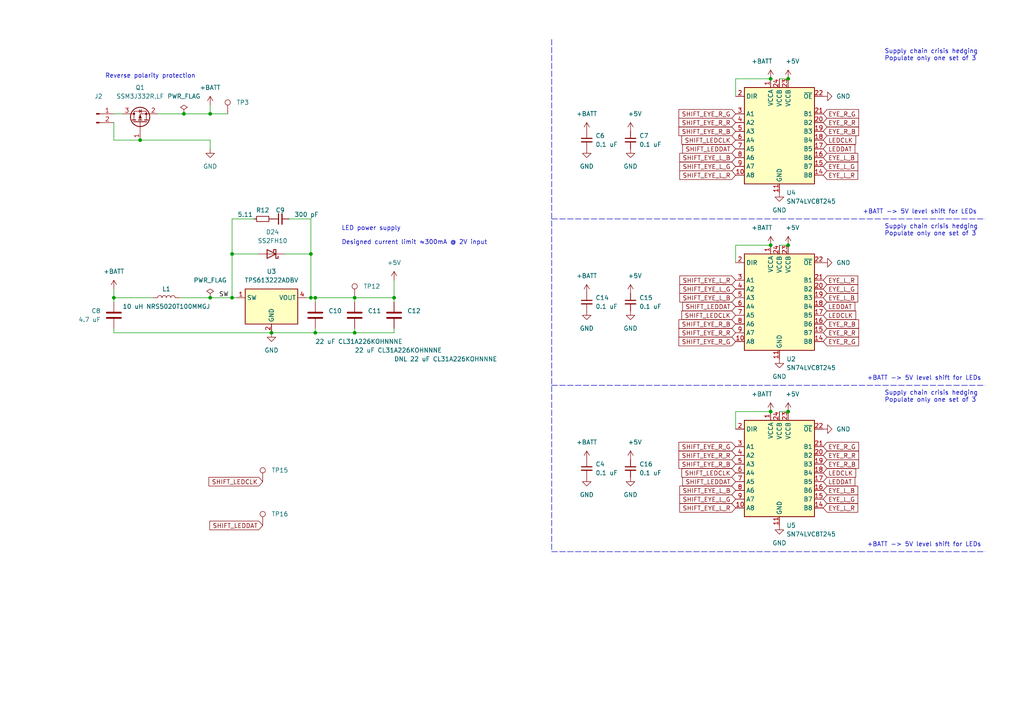
<source format=kicad_sch>
(kicad_sch (version 20211123) (generator eeschema)
  (paper "A4")
  (title_block (title "Paranoids Con Badge") (date "2022-06-21") (rev "A") (company "Yahoo") (comment 1 "See LICENSE file in project root for terms.") (comment 2 "Copyright Yahoo, Licensed under the terms of the Apache-2.0 license.") (comment 4 "Power input, 5V supply, level shifter"))
  (lib_symbols
    (symbol "Connector:Conn_01x02_Male" (pin_names (offset 1.016) hide)
      (property "Reference" "J" (at 0 2.54 0))
      (property "Value" "Conn_01x02_Male" (at 0 -5.08 0))
      (symbol "Conn_01x02_Male_1_1"
        (polyline (pts (xy 1.27 -2.54) (xy 0.8636 -2.54)) (stroke (width 0.1524)))
        (polyline (pts (xy 1.27 0) (xy 0.8636 0)) (stroke (width 0.1524)))
        (rectangle (start 0.8636 -2.413) (end 0 -2.667) (stroke (width 0.1524)) (fill (type outline)))
        (rectangle (start 0.8636 0.127) (end 0 -0.127) (stroke (width 0.1524)) (fill (type outline)))
        (pin passive line (at 5.08 0 180) (length 3.81) (name "Pin_1") (number "1"))
        (pin passive line (at 5.08 -2.54 180) (length 3.81) (name "Pin_2") (number "2"))
      )
    )
    (symbol "Connector:TestPoint" (pin_numbers hide) (pin_names (offset 0.762) hide)
      (property "Reference" "TP" (at 0 6.858 0))
      (property "Value" "TestPoint" (at 0 5.08 0))
      (symbol "TestPoint_0_1"
        (circle (center 0 3.302) (radius 0.762))
      )
      (symbol "TestPoint_1_1"
        (pin passive line (at 0 0 90) (length 2.54) (name "1") (number "1"))
      )
    )
    (symbol "Device:C" (pin_numbers hide) (pin_names (offset 0.254))
      (property "Reference" "C" (at 0.635 2.54 0))
      (property "Value" "C" (at 0.635 -2.54 0))
      (symbol "C_0_1"
        (polyline (pts (xy -2.032 -0.762) (xy 2.032 -0.762)) (stroke (width 0.508)))
        (polyline (pts (xy -2.032 0.762) (xy 2.032 0.762)) (stroke (width 0.508)))
      )
      (symbol "C_1_1"
        (pin passive line (at 0 3.81 270) (length 2.794) (name "~") (number "1"))
        (pin passive line (at 0 -3.81 90) (length 2.794) (name "~") (number "2"))
      )
    )
    (symbol "Device:C_Small" (pin_numbers hide) (pin_names (offset 0.254) hide)
      (property "Reference" "C" (at 0.254 1.778 0))
      (property "Value" "C_Small" (at 0.254 -2.032 0))
      (symbol "C_Small_0_1"
        (polyline (pts (xy -1.524 -0.508) (xy 1.524 -0.508)) (stroke (width 0.3302)))
        (polyline (pts (xy -1.524 0.508) (xy 1.524 0.508)) (stroke (width 0.3048)))
      )
      (symbol "C_Small_1_1"
        (pin passive line (at 0 2.54 270) (length 2.032) (name "~") (number "1"))
        (pin passive line (at 0 -2.54 90) (length 2.032) (name "~") (number "2"))
      )
    )
    (symbol "Device:D_Schottky" (pin_numbers hide) (pin_names (offset 1.016) hide)
      (property "Reference" "D" (at 0 2.54 0))
      (property "Value" "D_Schottky" (at 0 -2.54 0))
      (symbol "D_Schottky_0_1"
        (polyline (pts (xy 1.27 0) (xy -1.27 0)))
        (polyline (pts (xy 1.27 1.27) (xy 1.27 -1.27) (xy -1.27 0) (xy 1.27 1.27)) (stroke (width 0.254)))
        (polyline (pts (xy -1.905 0.635) (xy -1.905 1.27) (xy -1.27 1.27) (xy -1.27 -1.27) (xy -0.635 -1.27) (xy -0.635 -0.635)) (stroke (width 0.254)))
      )
      (symbol "D_Schottky_1_1"
        (pin passive line (at -3.81 0 0) (length 2.54) (name "K") (number "1"))
        (pin passive line (at 3.81 0 180) (length 2.54) (name "A") (number "2"))
      )
    )
    (symbol "Device:L" (pin_numbers hide) (pin_names (offset 1.016) hide)
      (property "Reference" "L" (at -1.27 0 90))
      (property "Value" "L" (at 1.905 0 90))
      (symbol "L_0_1"
        (arc (start 0 -2.54) (mid 0.635 -1.905) (end 0 -1.27))
        (arc (start 0 -1.27) (mid 0.635 -0.635) (end 0 0))
        (arc (start 0 0) (mid 0.635 0.635) (end 0 1.27))
        (arc (start 0 1.27) (mid 0.635 1.905) (end 0 2.54))
      )
      (symbol "L_1_1"
        (pin passive line (at 0 3.81 270) (length 1.27) (name "1") (number "1"))
        (pin passive line (at 0 -3.81 90) (length 1.27) (name "2") (number "2"))
      )
    )
    (symbol "Device:Q_PMOS_GSD" (pin_names (offset 0) hide)
      (property "Reference" "Q" (at 5.08 1.27 0))
      (property "Value" "Q_PMOS_GSD" (at 5.08 -1.27 0))
      (symbol "Q_PMOS_GSD_0_1"
        (polyline (pts (xy 0.254 0) (xy -2.54 0)))
        (polyline (pts (xy 0.254 1.905) (xy 0.254 -1.905)) (stroke (width 0.254)))
        (polyline (pts (xy 0.762 -1.27) (xy 0.762 -2.286)) (stroke (width 0.254)))
        (polyline (pts (xy 0.762 0.508) (xy 0.762 -0.508)) (stroke (width 0.254)))
        (polyline (pts (xy 0.762 2.286) (xy 0.762 1.27)) (stroke (width 0.254)))
        (polyline (pts (xy 2.54 2.54) (xy 2.54 1.778)))
        (polyline (pts (xy 2.54 -2.54) (xy 2.54 0) (xy 0.762 0)))
        (polyline (pts (xy 0.762 1.778) (xy 3.302 1.778) (xy 3.302 -1.778) (xy 0.762 -1.778)))
        (polyline (pts (xy 2.286 0) (xy 1.27 0.381) (xy 1.27 -0.381) (xy 2.286 0)) (fill (type outline)))
        (polyline (pts (xy 2.794 -0.508) (xy 2.921 -0.381) (xy 3.683 -0.381) (xy 3.81 -0.254)))
        (polyline (pts (xy 3.302 -0.381) (xy 2.921 0.254) (xy 3.683 0.254) (xy 3.302 -0.381)))
        (circle (center 1.651 0) (radius 2.794) (stroke (width 0.254)))
        (circle (center 2.54 -1.778) (radius 0.254) (fill (type outline)))
        (circle (center 2.54 1.778) (radius 0.254) (fill (type outline)))
      )
      (symbol "Q_PMOS_GSD_1_1"
        (pin input line (at -5.08 0 0) (length 2.54) (name "G") (number "1"))
        (pin passive line (at 2.54 -5.08 90) (length 2.54) (name "S") (number "2"))
        (pin passive line (at 2.54 5.08 270) (length 2.54) (name "D") (number "3"))
      )
    )
    (symbol "Device:R_Small" (pin_numbers hide) (pin_names (offset 0.254) hide)
      (property "Reference" "R" (at 0.762 0.508 0))
      (property "Value" "R_Small" (at 0.762 -1.016 0))
      (symbol "R_Small_0_1"
        (rectangle (start -0.762 1.778) (end 0.762 -1.778) (stroke (width 0.2032)))
      )
      (symbol "R_Small_1_1"
        (pin passive line (at 0 2.54 270) (length 0.762) (name "~") (number "1"))
        (pin passive line (at 0 -2.54 90) (length 0.762) (name "~") (number "2"))
      )
    )
    (symbol "Regulator_Switching:TPS613222ADBV"
      (property "Reference" "U" (at -7.62 6.35 0))
      (property "Value" "TPS613222ADBV" (at 2.54 6.35 0))
      (symbol "TPS613222ADBV_0_1"
        (rectangle (start -7.62 5.08) (end 7.62 -5.08) (stroke (width 0.254)) (fill (type background)))
      )
      (symbol "TPS613222ADBV_1_1"
        (pin power_in line (at -10.16 2.54 0) (length 2.54) (name "SW") (number "1"))
        (pin power_in line (at 0 -7.62 90) (length 2.54) (name "GND") (number "2"))
        (pin no_connect line (at -7.62 -2.54 0) (length 2.54) hide (name "NC") (number "3"))
        (pin power_out line (at 10.16 2.54 180) (length 2.54) (name "VOUT") (number "4"))
        (pin no_connect line (at 7.62 -2.54 180) (length 2.54) hide (name "NC") (number "5"))
      )
    )
    (symbol "badge_custom_parts:SN74LVC8T245"
      (property "Reference" "U" (at -8.89 13.97 0))
      (property "Value" "SN74LVC8T245" (at 12.7 13.97 0))
      (symbol "SN74LVC8T245_0_1"
        (rectangle (start -10.16 12.7) (end 10.16 -15.24) (stroke (width 0.254)) (fill (type background)))
      )
      (symbol "SN74LVC8T245_1_1"
        (pin power_in line (at -2.54 15.24 270) (length 2.54) (name "VCCA") (number "1"))
        (pin bidirectional line (at -12.7 -12.7 0) (length 2.54) (name "A8") (number "10"))
        (pin power_in line (at 0 -17.78 90) (length 2.54) (name "GND") (number "11"))
        (pin passive line (at 0 -17.78 90) (length 2.54) hide (name "GND") (number "12"))
        (pin passive line (at 0 -17.78 90) (length 2.54) hide (name "GND") (number "13"))
        (pin bidirectional line (at 12.7 -12.7 180) (length 2.54) (name "B8") (number "14"))
        (pin bidirectional line (at 12.7 -10.16 180) (length 2.54) (name "B7") (number "15"))
        (pin bidirectional line (at 12.7 -7.62 180) (length 2.54) (name "B6") (number "16"))
        (pin bidirectional line (at 12.7 -5.08 180) (length 2.54) (name "B5") (number "17"))
        (pin bidirectional line (at 12.7 -2.54 180) (length 2.54) (name "B4") (number "18"))
        (pin bidirectional line (at 12.7 0 180) (length 2.54) (name "B3") (number "19"))
        (pin input line (at -12.7 10.16 0) (length 2.54) (name "DIR") (number "2"))
        (pin bidirectional line (at 12.7 2.54 180) (length 2.54) (name "B2") (number "20"))
        (pin bidirectional line (at 12.7 5.08 180) (length 2.54) (name "B1") (number "21"))
        (pin input line (at 12.7 10.16 180) (length 2.54) (name "~{OE}") (number "22"))
        (pin power_in line (at 2.54 15.24 270) (length 2.54) (name "VCCB") (number "23"))
        (pin power_in line (at 0 15.24 270) (length 2.54) (name "VCCB") (number "24"))
        (pin bidirectional line (at -12.7 5.08 0) (length 2.54) (name "A1") (number "3"))
        (pin bidirectional line (at -12.7 2.54 0) (length 2.54) (name "A2") (number "4"))
        (pin bidirectional line (at -12.7 0 0) (length 2.54) (name "A3") (number "5"))
        (pin bidirectional line (at -12.7 -2.54 0) (length 2.54) (name "A4") (number "6"))
        (pin bidirectional line (at -12.7 -5.08 0) (length 2.54) (name "A5") (number "7"))
        (pin bidirectional line (at -12.7 -7.62 0) (length 2.54) (name "A6") (number "8"))
        (pin bidirectional line (at -12.7 -10.16 0) (length 2.54) (name "A7") (number "9"))
      )
    )
    (symbol "power:+5V" (power) (pin_names (offset 0))
      (property "Value" "+5V" (at 0 3.556 0))
      (symbol "+5V_0_1"
        (polyline (pts (xy -0.762 1.27) (xy 0 2.54)))
        (polyline (pts (xy 0 0) (xy 0 2.54)))
        (polyline (pts (xy 0 2.54) (xy 0.762 1.27)))
      )
      (symbol "+5V_1_1"
        (pin power_in line (at 0 0 90) (length 0) hide (name "+5V") (number "1"))
      )
    )
    (symbol "power:+BATT" (power) (pin_names (offset 0))
      (property "Value" "+BATT" (at 0 3.556 0))
      (symbol "+BATT_0_1"
        (polyline (pts (xy -0.762 1.27) (xy 0 2.54)))
        (polyline (pts (xy 0 0) (xy 0 2.54)))
        (polyline (pts (xy 0 2.54) (xy 0.762 1.27)))
      )
      (symbol "+BATT_1_1"
        (pin power_in line (at 0 0 90) (length 0) hide (name "+BATT") (number "1"))
      )
    )
    (symbol "power:GND" (power) (pin_names (offset 0))
      (property "Value" "GND" (at 0 -3.81 0))
      (symbol "GND_0_1"
        (polyline (pts (xy 0 0) (xy 0 -1.27) (xy 1.27 -1.27) (xy 0 -2.54) (xy -1.27 -1.27) (xy 0 -1.27)))
      )
      (symbol "GND_1_1"
        (pin power_in line (at 0 0 270) (length 0) hide (name "GND") (number "1"))
      )
    )
    (symbol "power:PWR_FLAG" (power) (pin_numbers hide) (pin_names (offset 0) hide)
      (property "Value" "PWR_FLAG" (at 0 3.81 0))
      (symbol "PWR_FLAG_0_0"
        (pin power_out line (at 0 0 90) (length 0) (name "pwr") (number "1"))
      )
      (symbol "PWR_FLAG_0_1"
        (polyline (pts (xy 0 0) (xy 0 1.27) (xy -1.016 1.905) (xy 0 2.54) (xy 1.016 1.905) (xy 0 1.27)))
      )
    )
  )
  (junction (at 60.96 86.36))
  (junction (at 67.31 86.36))
  (junction (at 223.52 71.12))
  (junction (at 78.74 96.52))
  (junction (at 114.3 86.36))
  (junction (at 223.52 22.86))
  (junction (at 60.96 33.02))
  (junction (at 40.64 40.64))
  (junction (at 90.17 73.66))
  (junction (at 223.52 119.38))
  (junction (at 67.31 73.66))
  (junction (at 102.87 96.52))
  (junction (at 33.02 86.36))
  (junction (at 228.6 119.38))
  (junction (at 102.87 86.36))
  (junction (at 228.6 22.86))
  (junction (at 91.44 86.36))
  (junction (at 228.6 71.12))
  (junction (at 53.34 33.02))
  (junction (at 91.44 96.52))
  (junction (at 90.17 86.36))
  (wire (pts (xy 60.96 86.36) (xy 67.31 86.36)))
  (wire (pts (xy 67.31 63.5) (xy 67.31 73.66)))
  (wire (pts (xy 33.02 35.56) (xy 33.02 40.64)))
  (wire (pts (xy 33.02 87.63) (xy 33.02 86.36)))
  (wire (pts (xy 114.3 96.52) (xy 114.3 95.25)))
  (wire (pts (xy 91.44 96.52) (xy 102.87 96.52)))
  (wire (pts (xy 90.17 63.5) (xy 90.17 73.66)))
  (wire (pts (xy 53.34 33.02) (xy 60.96 33.02)))
  (wire (pts (xy 213.36 119.38) (xy 223.52 119.38)))
  (wire (pts (xy 67.31 86.36) (xy 67.31 73.66)))
  (wire (pts (xy 102.87 87.63) (xy 102.87 86.36)))
  (wire (pts (xy 90.17 86.36) (xy 91.44 86.36)))
  (wire (pts (xy 52.07 86.36) (xy 60.96 86.36)))
  (wire (pts (xy 82.55 73.66) (xy 90.17 73.66)))
  (polyline (pts (xy 160.02 63.5) (xy 285.75 63.5)))
  (wire (pts (xy 60.96 33.02) (xy 66.04 33.02)))
  (wire (pts (xy 91.44 96.52) (xy 91.44 95.25)))
  (wire (pts (xy 67.31 86.36) (xy 68.58 86.36)))
  (wire (pts (xy 102.87 86.36) (xy 114.3 86.36)))
  (wire (pts (xy 114.3 86.36) (xy 114.3 81.28)))
  (polyline (pts (xy 160.02 160.02) (xy 285.75 160.02)))
  (wire (pts (xy 226.06 119.38) (xy 228.6 119.38)))
  (wire (pts (xy 226.06 71.12) (xy 228.6 71.12)))
  (wire (pts (xy 33.02 86.36) (xy 44.45 86.36)))
  (wire (pts (xy 45.72 33.02) (xy 53.34 33.02)))
  (wire (pts (xy 33.02 40.64) (xy 40.64 40.64)))
  (wire (pts (xy 213.36 71.12) (xy 223.52 71.12)))
  (wire (pts (xy 213.36 22.86) (xy 223.52 22.86)))
  (wire (pts (xy 40.64 40.64) (xy 60.96 40.64)))
  (wire (pts (xy 226.06 22.86) (xy 228.6 22.86)))
  (wire (pts (xy 33.02 96.52) (xy 33.02 95.25)))
  (wire (pts (xy 83.82 63.5) (xy 90.17 63.5)))
  (polyline (pts (xy 160.02 11.43) (xy 160.02 160.02)))
  (wire (pts (xy 78.74 96.52) (xy 91.44 96.52)))
  (wire (pts (xy 213.36 124.46) (xy 213.36 119.38)))
  (wire (pts (xy 213.36 76.2) (xy 213.36 71.12)))
  (wire (pts (xy 114.3 87.63) (xy 114.3 86.36)))
  (polyline (pts (xy 160.02 111.76) (xy 285.75 111.76)))
  (wire (pts (xy 102.87 96.52) (xy 102.87 95.25)))
  (wire (pts (xy 67.31 73.66) (xy 74.93 73.66)))
  (wire (pts (xy 60.96 33.02) (xy 60.96 30.48)))
  (wire (pts (xy 73.66 63.5) (xy 67.31 63.5)))
  (wire (pts (xy 78.74 96.52) (xy 33.02 96.52)))
  (wire (pts (xy 33.02 86.36) (xy 33.02 83.82)))
  (wire (pts (xy 60.96 40.64) (xy 60.96 43.18)))
  (wire (pts (xy 33.02 33.02) (xy 35.56 33.02)))
  (wire (pts (xy 213.36 27.94) (xy 213.36 22.86)))
  (wire (pts (xy 91.44 87.63) (xy 91.44 86.36)))
  (wire (pts (xy 91.44 86.36) (xy 102.87 86.36)))
  (wire (pts (xy 102.87 96.52) (xy 114.3 96.52)))
  (wire (pts (xy 90.17 73.66) (xy 90.17 86.36)))
  (wire (pts (xy 88.9 86.36) (xy 90.17 86.36)))
  (text "+BATT -> 5V level shift for LEDs" (at 250.19 62.23 0) (effects (font (size 1.27 1.27)) (justify left bottom)))
  (text "+BATT -> 5V level shift for LEDs" (at 251.46 158.75 0) (effects (font (size 1.27 1.27)) (justify left bottom)))
  (text "Reverse polarity protection" (at 30.48 22.86 0) (effects (font (size 1.27 1.27)) (justify left bottom)))
  (text "LED power supply\n\nDesigned current limit ≈300mA @ 2V input" (at 99.06 71.12 0) (effects (font (size 1.27 1.27)) (justify left bottom)))
  (text "+BATT -> 5V level shift for LEDs" (at 251.46 110.49 0) (effects (font (size 1.27 1.27)) (justify left bottom)))
  (text "Supply chain crisis hedging\nPopulate only one set of 3" (at 256.54 68.58 0) (effects (font (size 1.27 1.27)) (justify left bottom)))
  (text "Supply chain crisis hedging\nPopulate only one set of 3" (at 256.54 116.84 0) (effects (font (size 1.27 1.27)) (justify left bottom)))
  (text "Supply chain crisis hedging\nPopulate only one set of 3" (at 256.54 17.78 0) (effects (font (size 1.27 1.27)) (justify left bottom)))
  (label "SW" (at 63.5 86.36 0))
  (global_label "SHIFT_EYE_L_B" (shape input) (at 213.36 86.36 180) (property "Intersheet References" "${INTERSHEET_REFS}" (effects hide)))
  (global_label "EYE_L_B" (shape input) (at 238.76 45.72 0) (property "Intersheet References" "${INTERSHEET_REFS}" (effects hide)))
  (global_label "SHIFT_LEDCLK" (shape input) (at 213.36 91.44 180) (property "Intersheet References" "${INTERSHEET_REFS}" (effects hide)))
  (global_label "SHIFT_EYE_R_G" (shape input) (at 213.36 99.06 180) (property "Intersheet References" "${INTERSHEET_REFS}" (effects hide)))
  (global_label "EYE_R_B" (shape input) (at 238.76 93.98 0) (property "Intersheet References" "${INTERSHEET_REFS}" (effects hide)))
  (global_label "LEDCLK" (shape input) (at 238.76 137.16 0) (property "Intersheet References" "${INTERSHEET_REFS}" (effects hide)))
  (global_label "LEDDAT" (shape input) (at 238.76 139.7 0) (property "Intersheet References" "${INTERSHEET_REFS}" (effects hide)))
  (global_label "SHIFT_EYE_R_R" (shape input) (at 213.36 132.08 180) (property "Intersheet References" "${INTERSHEET_REFS}" (effects hide)))
  (global_label "EYE_R_R" (shape input) (at 238.76 35.56 0) (property "Intersheet References" "${INTERSHEET_REFS}" (effects hide)))
  (global_label "SHIFT_EYE_R_G" (shape input) (at 213.36 129.54 180) (property "Intersheet References" "${INTERSHEET_REFS}" (effects hide)))
  (global_label "LEDDAT" (shape input) (at 238.76 88.9 0) (property "Intersheet References" "${INTERSHEET_REFS}" (effects hide)))
  (global_label "SHIFT_EYE_R_R" (shape input) (at 213.36 96.52 180) (property "Intersheet References" "${INTERSHEET_REFS}" (effects hide)))
  (global_label "SHIFT_EYE_R_B" (shape input) (at 213.36 134.62 180) (property "Intersheet References" "${INTERSHEET_REFS}" (effects hide)))
  (global_label "EYE_R_R" (shape input) (at 238.76 96.52 0) (property "Intersheet References" "${INTERSHEET_REFS}" (effects hide)))
  (global_label "EYE_L_G" (shape input) (at 238.76 144.78 0) (property "Intersheet References" "${INTERSHEET_REFS}" (effects hide)))
  (global_label "EYE_L_R" (shape input) (at 238.76 50.8 0) (property "Intersheet References" "${INTERSHEET_REFS}" (effects hide)))
  (global_label "SHIFT_EYE_L_R" (shape input) (at 213.36 81.28 180) (property "Intersheet References" "${INTERSHEET_REFS}" (effects hide)))
  (global_label "EYE_L_G" (shape input) (at 238.76 48.26 0) (property "Intersheet References" "${INTERSHEET_REFS}" (effects hide)))
  (global_label "SHIFT_LEDDAT" (shape input) (at 213.36 43.18 180) (property "Intersheet References" "${INTERSHEET_REFS}" (effects hide)))
  (global_label "EYE_R_G" (shape input) (at 238.76 99.06 0) (property "Intersheet References" "${INTERSHEET_REFS}" (effects hide)))
  (global_label "EYE_L_R" (shape input) (at 238.76 81.28 0) (property "Intersheet References" "${INTERSHEET_REFS}" (effects hide)))
  (global_label "SHIFT_EYE_L_G" (shape input) (at 213.36 144.78 180) (property "Intersheet References" "${INTERSHEET_REFS}" (effects hide)))
  (global_label "SHIFT_EYE_L_B" (shape input) (at 213.36 45.72 180) (property "Intersheet References" "${INTERSHEET_REFS}" (effects hide)))
  (global_label "SHIFT_EYE_L_G" (shape input) (at 213.36 48.26 180) (property "Intersheet References" "${INTERSHEET_REFS}" (effects hide)))
  (global_label "SHIFT_EYE_R_B" (shape input) (at 213.36 38.1 180) (property "Intersheet References" "${INTERSHEET_REFS}" (effects hide)))
  (global_label "SHIFT_LEDCLK" (shape input) (at 76.2 139.7 180) (property "Intersheet References" "${INTERSHEET_REFS}" (effects hide)))
  (global_label "SHIFT_EYE_L_B" (shape input) (at 213.36 142.24 180) (property "Intersheet References" "${INTERSHEET_REFS}" (effects hide)))
  (global_label "LEDCLK" (shape input) (at 238.76 40.64 0) (property "Intersheet References" "${INTERSHEET_REFS}" (effects hide)))
  (global_label "SHIFT_LEDDAT" (shape input) (at 213.36 139.7 180) (property "Intersheet References" "${INTERSHEET_REFS}" (effects hide)))
  (global_label "EYE_L_G" (shape input) (at 238.76 83.82 0) (property "Intersheet References" "${INTERSHEET_REFS}" (effects hide)))
  (global_label "SHIFT_LEDDAT" (shape input) (at 76.2 152.4 180) (property "Intersheet References" "${INTERSHEET_REFS}" (effects hide)))
  (global_label "EYE_R_B" (shape input) (at 238.76 134.62 0) (property "Intersheet References" "${INTERSHEET_REFS}" (effects hide)))
  (global_label "SHIFT_EYE_L_R" (shape input) (at 213.36 50.8 180) (property "Intersheet References" "${INTERSHEET_REFS}" (effects hide)))
  (global_label "SHIFT_LEDDAT" (shape input) (at 213.36 88.9 180) (property "Intersheet References" "${INTERSHEET_REFS}" (effects hide)))
  (global_label "EYE_R_B" (shape input) (at 238.76 38.1 0) (property "Intersheet References" "${INTERSHEET_REFS}" (effects hide)))
  (global_label "EYE_L_B" (shape input) (at 238.76 142.24 0) (property "Intersheet References" "${INTERSHEET_REFS}" (effects hide)))
  (global_label "SHIFT_EYE_R_R" (shape input) (at 213.36 35.56 180) (property "Intersheet References" "${INTERSHEET_REFS}" (effects hide)))
  (global_label "EYE_R_G" (shape input) (at 238.76 33.02 0) (property "Intersheet References" "${INTERSHEET_REFS}" (effects hide)))
  (global_label "EYE_R_R" (shape input) (at 238.76 132.08 0) (property "Intersheet References" "${INTERSHEET_REFS}" (effects hide)))
  (global_label "LEDDAT" (shape input) (at 238.76 43.18 0) (property "Intersheet References" "${INTERSHEET_REFS}" (effects hide)))
  (global_label "SHIFT_LEDCLK" (shape input) (at 213.36 40.64 180) (property "Intersheet References" "${INTERSHEET_REFS}" (effects hide)))
  (global_label "SHIFT_EYE_R_G" (shape input) (at 213.36 33.02 180) (property "Intersheet References" "${INTERSHEET_REFS}" (effects hide)))
  (global_label "EYE_R_G" (shape input) (at 238.76 129.54 0) (property "Intersheet References" "${INTERSHEET_REFS}" (effects hide)))
  (global_label "SHIFT_EYE_L_R" (shape input) (at 213.36 147.32 180) (property "Intersheet References" "${INTERSHEET_REFS}" (effects hide)))
  (global_label "EYE_L_B" (shape input) (at 238.76 86.36 0) (property "Intersheet References" "${INTERSHEET_REFS}" (effects hide)))
  (global_label "EYE_L_R" (shape input) (at 238.76 147.32 0) (property "Intersheet References" "${INTERSHEET_REFS}" (effects hide)))
  (global_label "SHIFT_EYE_L_G" (shape input) (at 213.36 83.82 180) (property "Intersheet References" "${INTERSHEET_REFS}" (effects hide)))
  (global_label "SHIFT_LEDCLK" (shape input) (at 213.36 137.16 180) (property "Intersheet References" "${INTERSHEET_REFS}" (effects hide)))
  (global_label "LEDCLK" (shape input) (at 238.76 91.44 0) (property "Intersheet References" "${INTERSHEET_REFS}" (effects hide)))
  (global_label "SHIFT_EYE_R_B" (shape input) (at 213.36 93.98 180) (property "Intersheet References" "${INTERSHEET_REFS}" (effects hide)))
  (symbol (lib_id "power:+5V") (at 228.6 119.38 0) (unit 1)
    (property "Reference" "#PWR073" (effects hide))
    (property "Value" "+5V" (at 229.87 114.3 0))
  )
  (symbol (lib_id "power:PWR_FLAG") (at 53.34 33.02 0) (unit 1)
    (property "Reference" "#FLG0101" (effects hide))
    (property "Value" "PWR_FLAG" (at 53.34 27.94 0))
  )
  (symbol (lib_id "Device:C_Small") (at 182.88 40.64 0) (unit 1)
    (property "Reference" "C7" (at 185.42 39.3762 0) (effects (justify left)))
    (property "Value" "0.1 uF" (at 185.42 41.9162 0) (effects (justify left)))
    (property "Footprint" "Capacitor_SMD:C_0603_1608Metric" (effects hide))
  )
  (symbol (lib_id "Device:Q_PMOS_GSD") (at 40.64 35.56 90) (unit 1)
    (property "Reference" "Q1" (at 40.64 25.4 90))
    (property "Value" "SSM3J332R,LF" (at 40.64 27.94 90))
    (property "Footprint" "Package_TO_SOT_SMD:SOT-23" (effects hide))
  )
  (symbol (lib_id "power:PWR_FLAG") (at 60.96 86.36 0) (unit 1)
    (property "Reference" "#FLG0102" (effects hide))
    (property "Value" "PWR_FLAG" (at 60.96 81.28 0))
  )
  (symbol (lib_id "Device:D_Schottky") (at 78.74 73.66 180) (unit 1)
    (property "Reference" "D24" (at 79.0575 67.31 0))
    (property "Value" "SS2FH10" (at 79.0575 69.85 0))
    (property "Footprint" "Diode_SMD:D_SMF" (effects hide))
  )
  (symbol (lib_id "power:+5V") (at 182.88 133.35 0) (unit 1)
    (property "Reference" "#PWR082" (effects hide))
    (property "Value" "+5V" (at 184.15 128.27 0))
  )
  (symbol (lib_id "power:GND") (at 182.88 138.43 0) (unit 1)
    (property "Reference" "#PWR083" (effects hide))
    (property "Value" "GND" (at 182.88 143.51 0))
  )
  (symbol (lib_id "power:GND") (at 170.18 138.43 0) (unit 1)
    (property "Reference" "#PWR081" (effects hide))
    (property "Value" "GND" (at 170.18 143.51 0))
  )
  (symbol (lib_id "Device:C") (at 102.87 91.44 0) (unit 1)
    (property "Reference" "C11" (at 106.68 90.1699 0) (effects (justify left)))
    (property "Value" "22 uF CL31A226KOHNNNE" (at 102.87 101.6 0) (effects (justify left)))
    (property "Footprint" "Capacitor_SMD:C_1206_3216Metric" (effects hide))
  )
  (symbol (lib_id "power:GND") (at 226.06 55.88 0) (unit 1)
    (property "Reference" "#PWR068" (effects hide))
    (property "Value" "GND" (at 226.06 60.96 0))
  )
  (symbol (lib_id "power:GND") (at 182.88 43.18 0) (unit 1)
    (property "Reference" "#PWR053" (effects hide))
    (property "Value" "GND" (at 182.88 48.26 0))
  )
  (symbol (lib_id "power:+5V") (at 182.88 38.1 0) (unit 1)
    (property "Reference" "#PWR052" (effects hide))
    (property "Value" "+5V" (at 184.15 33.02 0))
  )
  (symbol (lib_id "badge_custom_parts:SN74LVC8T245") (at 226.06 134.62 0) (unit 1)
    (property "Reference" "U5" (at 228.0794 152.4 0) (effects (justify left)))
    (property "Value" "SN74LVC8T245" (at 228.0794 154.94 0) (effects (justify left)))
    (property "Footprint" "Package_SO:TSSOP-24_4.4x5mm_P0.4mm" (effects hide))
    (property "Datasheet" "https://www.ti.com/lit/ds/symlink/sn74lvc8t245.pdf" (effects hide))
  )
  (symbol (lib_id "Device:L") (at 48.26 86.36 90) (unit 1)
    (property "Reference" "L1" (at 48.26 83.82 90))
    (property "Value" "10 uH NRS5020T100MMGJ" (at 48.26 88.9 90))
    (property "Footprint" "Inductor_SMD:L_Taiyo-Yuden_NR-50xx" (effects hide))
  )
  (symbol (lib_id "power:GND") (at 170.18 43.18 0) (unit 1)
    (property "Reference" "#PWR051" (effects hide))
    (property "Value" "GND" (at 170.18 48.26 0))
  )
  (symbol (lib_id "power:GND") (at 170.18 90.17 0) (unit 1)
    (property "Reference" "#PWR077" (effects hide))
    (property "Value" "GND" (at 170.18 95.25 0))
  )
  (symbol (lib_id "power:+BATT") (at 223.52 71.12 0) (unit 1)
    (property "Reference" "#PWR054" (effects hide))
    (property "Value" "+BATT" (at 220.98 66.04 0))
  )
  (symbol (lib_id "power:GND") (at 226.06 152.4 0) (unit 1)
    (property "Reference" "#PWR072" (effects hide))
    (property "Value" "GND" (at 226.06 157.48 0))
  )
  (symbol (lib_id "power:+5V") (at 228.6 71.12 0) (unit 1)
    (property "Reference" "#PWR056" (effects hide))
    (property "Value" "+5V" (at 229.87 66.04 0))
  )
  (symbol (lib_id "Connector:Conn_01x02_Male") (at 27.94 33.02 0) (unit 1)
    (property "Reference" "J2" (at 28.575 27.94 0))
    (property "Value" "Conn_01x02_Male" (effects hide))
    (property "Footprint" "badge_custom_parts:BATTERY_PADS" (effects hide))
  )
  (symbol (lib_id "power:GND") (at 238.76 76.2 90) (unit 1)
    (property "Reference" "#PWR057" (effects hide))
    (property "Value" "GND" (at 242.57 76.1999 90) (effects (justify right)))
  )
  (symbol (lib_id "Connector:TestPoint") (at 102.87 86.36 0) (unit 1)
    (property "Reference" "TP12" (at 105.41 83.0579 0) (effects (justify left)))
    (property "Value" "TestPoint" (effects hide))
    (property "Footprint" "TestPoint:TestPoint_Pad_1.0x1.0mm" (effects hide))
  )
  (symbol (lib_id "badge_custom_parts:SN74LVC8T245") (at 226.06 86.36 0) (unit 1)
    (property "Reference" "U2" (at 228.0794 104.14 0) (effects (justify left)))
    (property "Value" "SN74LVC8T245" (at 228.0794 106.68 0) (effects (justify left)))
    (property "Footprint" "badge_custom_parts:SupplyChainFML-DB_DBQ_PW-24" (effects hide))
    (property "Datasheet" "https://www.ti.com/lit/ds/symlink/sn74lvc8t245.pdf" (effects hide))
  )
  (symbol (lib_id "power:+BATT") (at 170.18 85.09 0) (unit 1)
    (property "Reference" "#PWR076" (effects hide))
    (property "Value" "+BATT" (at 170.18 80.01 0))
  )
  (symbol (lib_id "power:+BATT") (at 170.18 133.35 0) (unit 1)
    (property "Reference" "#PWR080" (effects hide))
    (property "Value" "+BATT" (at 170.18 128.27 0))
  )
  (symbol (lib_id "Connector:TestPoint") (at 66.04 33.02 0) (unit 1)
    (property "Reference" "TP3" (at 68.58 29.7179 0) (effects (justify left)))
    (property "Value" "TestPoint" (effects hide))
    (property "Footprint" "TestPoint:TestPoint_Pad_2.0x2.0mm" (effects hide))
  )
  (symbol (lib_id "power:+BATT") (at 33.02 83.82 0) (unit 1)
    (property "Reference" "#PWR058" (effects hide))
    (property "Value" "+BATT" (at 33.02 78.74 0))
  )
  (symbol (lib_id "power:+BATT") (at 223.52 119.38 0) (unit 1)
    (property "Reference" "#PWR071" (effects hide))
    (property "Value" "+BATT" (at 220.98 114.3 0))
  )
  (symbol (lib_id "power:+BATT") (at 60.96 30.48 0) (unit 1)
    (property "Reference" "#PWR0102" (effects hide))
    (property "Value" "+BATT" (at 60.96 25.4 0))
  )
  (symbol (lib_id "power:+5V") (at 114.3 81.28 0) (unit 1)
    (property "Reference" "#PWR0104" (effects hide))
    (property "Value" "+5V" (at 114.3 76.2 0))
  )
  (symbol (lib_id "Connector:TestPoint") (at 76.2 139.7 0) (unit 1)
    (property "Reference" "TP15" (at 78.74 136.3979 0) (effects (justify left)))
    (property "Value" "TestPoint" (effects hide))
    (property "Footprint" "TestPoint:TestPoint_Pad_1.0x1.0mm" (effects hide))
  )
  (symbol (lib_id "power:GND") (at 182.88 90.17 0) (unit 1)
    (property "Reference" "#PWR079" (effects hide))
    (property "Value" "GND" (at 182.88 95.25 0))
  )
  (symbol (lib_id "Device:C_Small") (at 170.18 135.89 0) (unit 1)
    (property "Reference" "C4" (at 172.72 134.6262 0) (effects (justify left)))
    (property "Value" "0.1 uF" (at 172.72 137.1662 0) (effects (justify left)))
    (property "Footprint" "Capacitor_SMD:C_0603_1608Metric" (effects hide))
  )
  (symbol (lib_id "Device:C_Small") (at 182.88 87.63 0) (unit 1)
    (property "Reference" "C15" (at 185.42 86.3662 0) (effects (justify left)))
    (property "Value" "0.1 uF" (at 185.42 88.9062 0) (effects (justify left)))
    (property "Footprint" "Capacitor_SMD:C_0603_1608Metric" (effects hide))
  )
  (symbol (lib_id "power:GND") (at 226.06 104.14 0) (unit 1)
    (property "Reference" "#PWR055" (effects hide))
    (property "Value" "GND" (at 226.06 109.22 0))
  )
  (symbol (lib_id "Device:C_Small") (at 182.88 135.89 0) (unit 1)
    (property "Reference" "C16" (at 185.42 134.6262 0) (effects (justify left)))
    (property "Value" "0.1 uF" (at 185.42 137.1662 0) (effects (justify left)))
    (property "Footprint" "Capacitor_SMD:C_0603_1608Metric" (effects hide))
  )
  (symbol (lib_id "Regulator_Switching:TPS613222ADBV") (at 78.74 88.9 0) (unit 1)
    (property "Reference" "U3" (at 78.74 78.74 0))
    (property "Value" "TPS613222ADBV" (at 78.74 81.28 0))
    (property "Footprint" "Package_TO_SOT_SMD:SOT-23-5" (effects hide))
    (property "Datasheet" "http://www.ti.com/lit/ds/symlink/tps61322.pdf" (effects hide))
  )
  (symbol (lib_id "Device:C") (at 33.02 91.44 0) (mirror x) (unit 1)
    (property "Reference" "C8" (at 29.21 90.1699 0) (effects (justify right)))
    (property "Value" "4.7 uF" (at 29.21 92.7099 0) (effects (justify right)))
    (property "Footprint" "Capacitor_SMD:C_1206_3216Metric" (effects hide))
  )
  (symbol (lib_id "Device:C_Small") (at 170.18 40.64 0) (unit 1)
    (property "Reference" "C6" (at 172.72 39.3762 0) (effects (justify left)))
    (property "Value" "0.1 uF" (at 172.72 41.9162 0) (effects (justify left)))
    (property "Footprint" "Capacitor_SMD:C_0603_1608Metric" (effects hide))
  )
  (symbol (lib_id "Device:C") (at 91.44 91.44 0) (unit 1)
    (property "Reference" "C10" (at 95.25 90.1699 0) (effects (justify left)))
    (property "Value" "22 uF CL31A226KOHNNNE" (at 91.44 99.06 0) (effects (justify left)))
    (property "Footprint" "Capacitor_SMD:C_1206_3216Metric" (effects hide))
  )
  (symbol (lib_id "power:GND") (at 78.74 96.52 0) (unit 1)
    (property "Reference" "#PWR059" (effects hide))
    (property "Value" "GND" (at 78.74 101.6 0))
  )
  (symbol (lib_id "power:+5V") (at 228.6 22.86 0) (unit 1)
    (property "Reference" "#PWR069" (effects hide))
    (property "Value" "+5V" (at 229.87 17.78 0))
  )
  (symbol (lib_id "power:GND") (at 238.76 124.46 90) (unit 1)
    (property "Reference" "#PWR074" (effects hide))
    (property "Value" "GND" (at 242.57 124.4599 90) (effects (justify right)))
  )
  (symbol (lib_id "power:+BATT") (at 223.52 22.86 0) (unit 1)
    (property "Reference" "#PWR067" (effects hide))
    (property "Value" "+BATT" (at 220.98 17.78 0))
  )
  (symbol (lib_id "Device:R_Small") (at 76.2 63.5 90) (unit 1)
    (property "Reference" "R12" (at 76.2 60.96 90))
    (property "Value" "5.11" (at 71.12 62.23 90))
    (property "Footprint" "Resistor_SMD:R_0603_1608Metric" (effects hide))
  )
  (symbol (lib_id "Device:C") (at 114.3 91.44 0) (unit 1)
    (property "Reference" "C12" (at 118.11 90.1699 0) (effects (justify left)))
    (property "Value" "DNL 22 uF CL31A226KOHNNNE" (at 114.3 104.14 0) (effects (justify left)))
    (property "Footprint" "Capacitor_SMD:C_1206_3216Metric" (effects hide))
  )
  (symbol (lib_id "power:+BATT") (at 170.18 38.1 0) (unit 1)
    (property "Reference" "#PWR050" (effects hide))
    (property "Value" "+BATT" (at 170.18 33.02 0))
  )
  (symbol (lib_id "Connector:TestPoint") (at 76.2 152.4 0) (unit 1)
    (property "Reference" "TP16" (at 78.74 149.0979 0) (effects (justify left)))
    (property "Value" "TestPoint" (effects hide))
    (property "Footprint" "TestPoint:TestPoint_Pad_1.0x1.0mm" (effects hide))
  )
  (symbol (lib_id "Device:C_Small") (at 81.28 63.5 90) (unit 1)
    (property "Reference" "C9" (at 81.28 60.96 90))
    (property "Value" "300 pF" (at 88.9 62.23 90))
    (property "Footprint" "Capacitor_SMD:C_0603_1608Metric" (effects hide))
  )
  (symbol (lib_id "Device:C_Small") (at 170.18 87.63 0) (unit 1)
    (property "Reference" "C14" (at 172.72 86.3662 0) (effects (justify left)))
    (property "Value" "0.1 uF" (at 172.72 88.9062 0) (effects (justify left)))
    (property "Footprint" "Capacitor_SMD:C_0603_1608Metric" (effects hide))
  )
  (symbol (lib_id "badge_custom_parts:SN74LVC8T245") (at 226.06 38.1 0) (unit 1)
    (property "Reference" "U4" (at 228.0794 55.88 0) (effects (justify left)))
    (property "Value" "SN74LVC8T245" (at 228.0794 58.42 0) (effects (justify left)))
    (property "Footprint" "badge_custom_parts:SupplyChainFML-SO_SOIC-24" (effects hide))
    (property "Datasheet" "https://www.ti.com/lit/ds/symlink/sn74lvc8t245.pdf" (effects hide))
  )
  (symbol (lib_id "power:GND") (at 238.76 27.94 90) (unit 1)
    (property "Reference" "#PWR070" (effects hide))
    (property "Value" "GND" (at 242.57 27.9399 90) (effects (justify right)))
  )
  (symbol (lib_id "power:+5V") (at 182.88 85.09 0) (unit 1)
    (property "Reference" "#PWR078" (effects hide))
    (property "Value" "+5V" (at 184.15 80.01 0))
  )
  (symbol (lib_id "power:GND") (at 60.96 43.18 0) (unit 1)
    (property "Reference" "#PWR0103" (effects hide))
    (property "Value" "GND" (at 60.96 48.26 0))
  )
)
</source>
